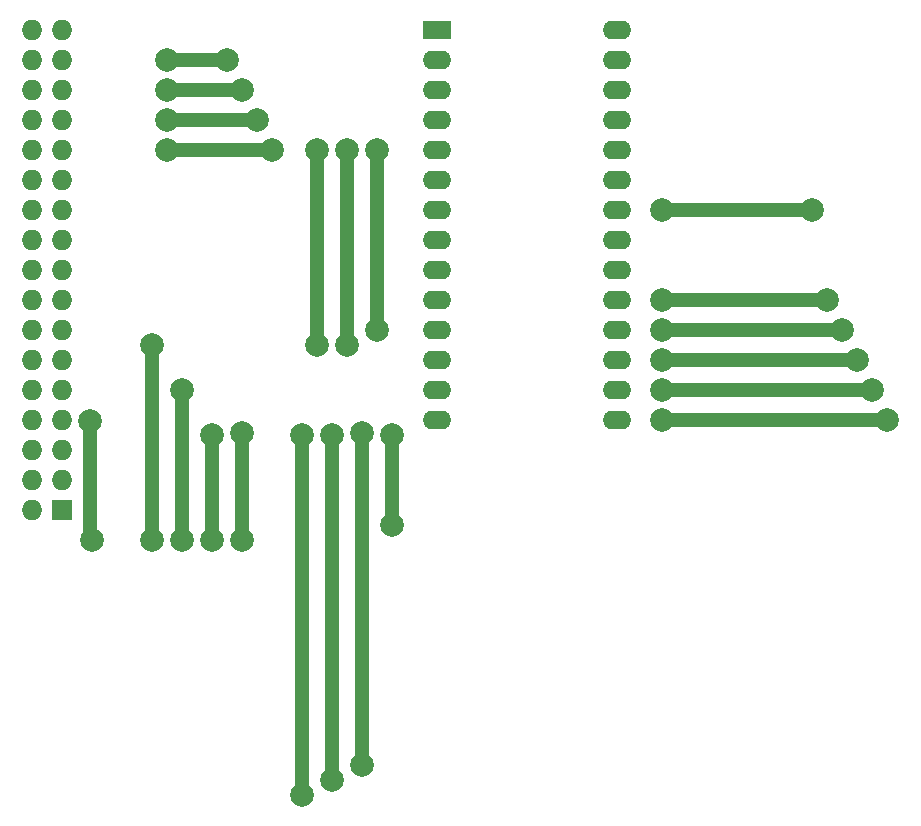
<source format=gbr>
G04 #@! TF.GenerationSoftware,KiCad,Pcbnew,(5.1.2)-1*
G04 #@! TF.CreationDate,2019-06-28T17:07:01+09:30*
G04 #@! TF.ProjectId,27(C)256 programmer,32372843-2932-4353-9620-70726f677261,rev?*
G04 #@! TF.SameCoordinates,Original*
G04 #@! TF.FileFunction,Copper,L1,Top*
G04 #@! TF.FilePolarity,Positive*
%FSLAX46Y46*%
G04 Gerber Fmt 4.6, Leading zero omitted, Abs format (unit mm)*
G04 Created by KiCad (PCBNEW (5.1.2)-1) date 2019-06-28 17:07:01*
%MOMM*%
%LPD*%
G04 APERTURE LIST*
%ADD10O,2.400000X1.600000*%
%ADD11R,2.400000X1.600000*%
%ADD12O,1.727200X1.727200*%
%ADD13R,1.727200X1.727200*%
%ADD14C,2.000000*%
%ADD15C,1.200000*%
G04 APERTURE END LIST*
D10*
X160020000Y-66040000D03*
X144780000Y-99060000D03*
X160020000Y-68580000D03*
X144780000Y-96520000D03*
X160020000Y-71120000D03*
X144780000Y-93980000D03*
X160020000Y-73660000D03*
X144780000Y-91440000D03*
X160020000Y-76200000D03*
X144780000Y-88900000D03*
X160020000Y-78740000D03*
X144780000Y-86360000D03*
X160020000Y-81280000D03*
X144780000Y-83820000D03*
X160020000Y-83820000D03*
X144780000Y-81280000D03*
X160020000Y-86360000D03*
X144780000Y-78740000D03*
X160020000Y-88900000D03*
X144780000Y-76200000D03*
X160020000Y-91440000D03*
X144780000Y-73660000D03*
X160020000Y-93980000D03*
X144780000Y-71120000D03*
X160020000Y-96520000D03*
X144780000Y-68580000D03*
X160020000Y-99060000D03*
D11*
X144780000Y-66040000D03*
D12*
X110490000Y-66040000D03*
X113030000Y-66040000D03*
X110490000Y-68580000D03*
X113030000Y-68580000D03*
X110490000Y-71120000D03*
X113030000Y-71120000D03*
X110490000Y-73660000D03*
X113030000Y-73660000D03*
X110490000Y-76200000D03*
X113030000Y-76200000D03*
X110490000Y-78740000D03*
X113030000Y-78740000D03*
X110490000Y-81280000D03*
X113030000Y-81280000D03*
X110490000Y-83820000D03*
X113030000Y-83820000D03*
X110490000Y-86360000D03*
X113030000Y-86360000D03*
X110490000Y-88900000D03*
X113030000Y-88900000D03*
X110490000Y-91440000D03*
X113030000Y-91440000D03*
X110490000Y-93980000D03*
X113030000Y-93980000D03*
X110490000Y-96520000D03*
X113030000Y-96520000D03*
X110490000Y-99060000D03*
X113030000Y-99060000D03*
X110490000Y-101600000D03*
X113030000Y-101600000D03*
X110490000Y-104140000D03*
X113030000Y-104140000D03*
X110490000Y-106680000D03*
D13*
X113030000Y-106680000D03*
D14*
X133350000Y-100330000D03*
X133350000Y-130810000D03*
X127000000Y-68580000D03*
X121920000Y-68580000D03*
X135890000Y-100330000D03*
X135890000Y-129540000D03*
X128270000Y-71120000D03*
X121920000Y-71120000D03*
X138430000Y-100205998D03*
X138430000Y-128270000D03*
X129540000Y-73660000D03*
X121920000Y-73660000D03*
X163830000Y-99060000D03*
X182880000Y-99060000D03*
X130810000Y-76200000D03*
X121920000Y-76200000D03*
X163830000Y-96520000D03*
X181610000Y-96520000D03*
X139700000Y-91440000D03*
X139700000Y-76200000D03*
X163830000Y-93980000D03*
X180339992Y-93980000D03*
X137160000Y-92710000D03*
X137160000Y-76199998D03*
X163830000Y-91440000D03*
X179070000Y-91440000D03*
X134620000Y-76200000D03*
X134620004Y-92710000D03*
X163830000Y-88900000D03*
X177800000Y-88900000D03*
X120650000Y-92710000D03*
X120650000Y-109220000D03*
X163830000Y-81280000D03*
X176530000Y-81280000D03*
X123190000Y-96520000D03*
X123190000Y-109220000D03*
X128270000Y-100205998D03*
X128270000Y-109220000D03*
X125730000Y-100330000D03*
X125730000Y-109220000D03*
X115570000Y-109220000D03*
X115417374Y-99212626D03*
X140969996Y-107950000D03*
X140969996Y-100330004D03*
D15*
X133350000Y-100330000D02*
X133350000Y-130810000D01*
X121920000Y-68580000D02*
X127000000Y-68580000D01*
X135890000Y-100330000D02*
X135890000Y-129540000D01*
X121920000Y-71120000D02*
X128270000Y-71120000D01*
X138430000Y-100205998D02*
X138430000Y-128270000D01*
X121920000Y-73660000D02*
X125730000Y-73660000D01*
X125730000Y-73660000D02*
X129540000Y-73660000D01*
X163830000Y-99060000D02*
X182880000Y-99060000D01*
X121920000Y-76200000D02*
X130810000Y-76200000D01*
X163830000Y-96520000D02*
X181610000Y-96520000D01*
X139700000Y-90025787D02*
X139700000Y-76200000D01*
X139700000Y-91440000D02*
X139700000Y-90025787D01*
X163830000Y-93980000D02*
X180339992Y-93980000D01*
X137160000Y-92710000D02*
X137160000Y-76199998D01*
X163830000Y-91440000D02*
X179070000Y-91440000D01*
X134620000Y-92709996D02*
X134620004Y-92710000D01*
X134620000Y-76200000D02*
X134620000Y-92709996D01*
X163830000Y-88900000D02*
X177800000Y-88900000D01*
X120650000Y-92710000D02*
X120650000Y-109220000D01*
X163830000Y-81280000D02*
X176530000Y-81280000D01*
X123190000Y-96520000D02*
X123190000Y-109220000D01*
X128270000Y-100205998D02*
X128270000Y-109220000D01*
X125730000Y-109220000D02*
X125730000Y-100330000D01*
X115417374Y-109067374D02*
X115570000Y-109220000D01*
X115417374Y-99212626D02*
X115417374Y-109067374D01*
X140969996Y-107950000D02*
X140969996Y-100330004D01*
M02*

</source>
